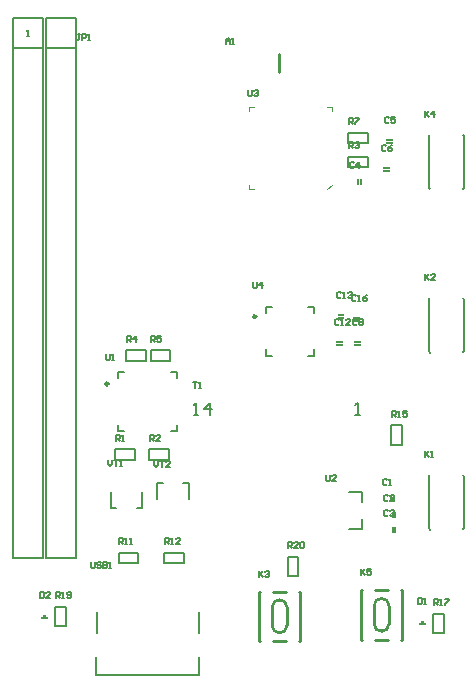
<source format=gto>
G04*
G04 #@! TF.GenerationSoftware,Altium Limited,Altium Designer,20.0.13 (296)*
G04*
G04 Layer_Color=65535*
%FSLAX24Y24*%
%MOIN*%
G70*
G01*
G75*
%ADD10C,0.0100*%
%ADD11C,0.0098*%
%ADD12C,0.0079*%
%ADD13C,0.0010*%
%ADD14C,0.0060*%
%ADD15C,0.0080*%
%ADD16C,0.0039*%
%ADD17C,0.0050*%
G36*
X27840Y30430D02*
X27660D01*
Y30465D01*
X27840D01*
Y30430D01*
D02*
G37*
G36*
Y30335D02*
X27660D01*
Y30370D01*
X27840D01*
Y30335D01*
D02*
G37*
G36*
X27740Y29480D02*
X27560D01*
Y29515D01*
X27740D01*
Y29480D01*
D02*
G37*
G36*
Y29385D02*
X27560D01*
Y29420D01*
X27740D01*
Y29385D01*
D02*
G37*
G36*
X26815Y28960D02*
X26780D01*
Y29140D01*
X26815D01*
Y28960D01*
D02*
G37*
G36*
X26720D02*
X26685D01*
Y29140D01*
X26720D01*
Y28960D01*
D02*
G37*
G36*
X26217Y24582D02*
X26037D01*
Y24617D01*
X26217D01*
Y24582D01*
D02*
G37*
G36*
Y24487D02*
X26037D01*
Y24522D01*
X26217D01*
Y24487D01*
D02*
G37*
G36*
X26740Y24480D02*
X26560D01*
Y24515D01*
X26740D01*
Y24480D01*
D02*
G37*
G36*
Y24385D02*
X26560D01*
Y24420D01*
X26740D01*
Y24385D01*
D02*
G37*
G36*
X26767Y23682D02*
X26587D01*
Y23717D01*
X26767D01*
Y23682D01*
D02*
G37*
G36*
X26167D02*
X25987D01*
Y23717D01*
X26167D01*
Y23682D01*
D02*
G37*
G36*
X26767Y23587D02*
X26587D01*
Y23622D01*
X26767D01*
Y23587D01*
D02*
G37*
G36*
X26167D02*
X25987D01*
Y23622D01*
X26167D01*
Y23587D01*
D02*
G37*
G36*
X27915Y18410D02*
X27880D01*
Y18590D01*
X27915D01*
Y18410D01*
D02*
G37*
G36*
X27820D02*
X27785D01*
Y18590D01*
X27820D01*
Y18410D01*
D02*
G37*
G36*
X27965Y17860D02*
X27930D01*
Y18040D01*
X27965D01*
Y17860D01*
D02*
G37*
G36*
X27870D02*
X27835D01*
Y18040D01*
X27870D01*
Y17860D01*
D02*
G37*
G36*
X27965Y17360D02*
X27930D01*
Y17540D01*
X27965D01*
Y17360D01*
D02*
G37*
G36*
X27870D02*
X27835D01*
Y17540D01*
X27870D01*
Y17360D01*
D02*
G37*
G36*
X16275Y14535D02*
X16355D01*
Y14495D01*
X16145D01*
Y14535D01*
X16225D01*
Y14605D01*
X16275D01*
Y14535D01*
D02*
G37*
G36*
X28875Y14335D02*
X28955D01*
Y14295D01*
X28745D01*
Y14335D01*
X28825D01*
Y14405D01*
X28875D01*
Y14335D01*
D02*
G37*
D10*
X27750Y14900D02*
G03*
X27250Y14900I-250J-1D01*
G01*
X27250Y14300D02*
G03*
X27750Y14300I250J0D01*
G01*
X24350Y14850D02*
G03*
X23850Y14850I-250J-1D01*
G01*
X23850Y14250D02*
G03*
X24350Y14250I250J0D01*
G01*
X27750Y14300D02*
Y14900D01*
X27250Y14300D02*
Y14900D01*
X28142Y15427D02*
X28169D01*
X27296D02*
X27704D01*
X26831D02*
X26858D01*
X28142Y13773D02*
X28169D01*
X27296D02*
X27704D01*
X26831D02*
X26858D01*
X28169D02*
Y15427D01*
X26831Y13773D02*
X26831Y15427D01*
X24350Y14250D02*
Y14850D01*
X23850Y14250D02*
Y14850D01*
X24742Y15377D02*
X24769D01*
X23896D02*
X24304D01*
X23431D02*
X23458D01*
X24742Y13723D02*
X24769D01*
X23896D02*
X24304D01*
X23431D02*
X23458D01*
X24769D02*
Y15377D01*
X23431Y13723D02*
X23431Y15377D01*
X24070Y32690D02*
Y33300D01*
D11*
X18399Y22300D02*
G03*
X18399Y22300I-49J0D01*
G01*
X23318Y24542D02*
G03*
X23318Y24542I-49J0D01*
G01*
D12*
X15200Y16500D02*
X16200D01*
Y33800D01*
Y33750D02*
Y34500D01*
X15200D02*
X16200D01*
X15200Y16500D02*
Y34500D01*
X15208Y33508D02*
X16192D01*
X16300Y16500D02*
X17300D01*
Y33800D01*
Y33750D02*
Y34500D01*
X16300D02*
X17300D01*
X16300Y16500D02*
Y34500D01*
X16308Y33508D02*
X17292D01*
X26860Y17461D02*
Y17796D01*
X26427Y17461D02*
X26860D01*
Y18347D02*
Y18682D01*
X26427D02*
X26860D01*
X18478Y18157D02*
Y18689D01*
X19522Y18157D02*
Y18689D01*
X19344Y18157D02*
X19523D01*
X18478D02*
X18656D01*
X21072Y18461D02*
Y18993D01*
X20028Y18461D02*
Y18993D01*
X20027D02*
X20206D01*
X20894D02*
X21072D01*
X23643Y23243D02*
Y23450D01*
Y23243D02*
X23850D01*
X25050D02*
X25257D01*
Y23450D01*
Y24650D02*
Y24857D01*
X25050D02*
X25257D01*
X23643D02*
X23850D01*
X23643Y24650D02*
Y24857D01*
D13*
X16145Y14495D02*
Y14535D01*
X16275D02*
Y14605D01*
X16225Y14535D02*
Y14605D01*
X16355Y14495D02*
Y14535D01*
X16275D02*
X16355D01*
X16225Y14605D02*
X16275D01*
X16145Y14535D02*
X16225D01*
X16145Y14495D02*
X16355D01*
X27835Y18040D02*
X27870D01*
X27835Y17860D02*
X27870D01*
Y18040D01*
X27835Y17860D02*
Y18040D01*
X27965Y17860D02*
Y18040D01*
X27930Y17860D02*
Y18040D01*
X27965D01*
X27930Y17860D02*
X27965D01*
X27785Y18590D02*
X27820D01*
X27785Y18410D02*
X27820D01*
Y18590D01*
X27785Y18410D02*
Y18590D01*
X27915Y18410D02*
Y18590D01*
X27880Y18410D02*
Y18590D01*
X27915D01*
X27880Y18410D02*
X27915D01*
X27835Y17540D02*
X27870D01*
X27835Y17360D02*
X27870D01*
Y17540D01*
X27835Y17360D02*
Y17540D01*
X27965Y17360D02*
Y17540D01*
X27930Y17360D02*
Y17540D01*
X27965D01*
X27930Y17360D02*
X27965D01*
X27840Y30430D02*
Y30465D01*
X27660Y30430D02*
Y30465D01*
Y30430D02*
X27840D01*
X27660Y30465D02*
X27840D01*
X27660Y30335D02*
X27840D01*
X27660Y30370D02*
X27840D01*
Y30335D02*
Y30370D01*
X27660Y30335D02*
Y30370D01*
X26685Y29140D02*
X26720D01*
X26685Y28960D02*
X26720D01*
Y29140D01*
X26685Y28960D02*
Y29140D01*
X26815Y28960D02*
Y29140D01*
X26780Y28960D02*
Y29140D01*
X26815D01*
X26780Y28960D02*
X26815D01*
X27740Y29480D02*
Y29515D01*
X27560Y29480D02*
Y29515D01*
Y29480D02*
X27740D01*
X27560Y29515D02*
X27740D01*
X27560Y29385D02*
X27740D01*
X27560Y29420D02*
X27740D01*
Y29385D02*
Y29420D01*
X27560Y29385D02*
Y29420D01*
X26767Y23682D02*
Y23717D01*
X26587Y23682D02*
Y23717D01*
Y23682D02*
X26767D01*
X26587Y23717D02*
X26767D01*
X26587Y23587D02*
X26767D01*
X26587Y23622D02*
X26767D01*
Y23587D02*
Y23622D01*
X26587Y23587D02*
Y23622D01*
X26167Y23682D02*
Y23717D01*
X25987Y23682D02*
Y23717D01*
Y23682D02*
X26167D01*
X25987Y23717D02*
X26167D01*
X25987Y23587D02*
X26167D01*
X25987Y23622D02*
X26167D01*
Y23587D02*
Y23622D01*
X25987Y23587D02*
Y23622D01*
X26217Y24582D02*
Y24617D01*
X26037Y24582D02*
Y24617D01*
Y24582D02*
X26217D01*
X26037Y24617D02*
X26217D01*
X26037Y24487D02*
X26217D01*
X26037Y24522D02*
X26217D01*
Y24487D02*
Y24522D01*
X26037Y24487D02*
Y24522D01*
X28745Y14295D02*
Y14335D01*
X28875D02*
Y14405D01*
X28825Y14335D02*
Y14405D01*
X28955Y14295D02*
Y14335D01*
X28875D02*
X28955D01*
X28825Y14405D02*
X28875D01*
X28745Y14335D02*
X28825D01*
X28745Y14295D02*
X28955D01*
X26560Y24385D02*
Y24420D01*
X26740Y24385D02*
Y24420D01*
X26560D02*
X26740D01*
X26560Y24385D02*
X26740D01*
X26560Y24515D02*
X26740D01*
X26560Y24480D02*
X26740D01*
X26560D02*
Y24515D01*
X26740Y24480D02*
Y24515D01*
D14*
X27823Y20275D02*
Y20925D01*
X28177Y20275D02*
Y20925D01*
X27823Y20275D02*
X28177D01*
X27823Y20925D02*
X28177D01*
X18715Y20715D02*
Y20918D01*
Y22482D02*
Y22685D01*
X20482D02*
X20685D01*
Y20715D02*
Y20918D01*
X18715Y20715D02*
X18918D01*
X18715Y22685D02*
X18918D01*
X20482Y20715D02*
X20685D01*
Y22482D02*
Y22685D01*
X18625Y19773D02*
X19275D01*
X18625Y20127D02*
X19275D01*
Y19773D02*
Y20127D01*
X18625Y19773D02*
Y20127D01*
X19758Y19773D02*
X20407D01*
X19758Y20127D02*
X20407D01*
Y19773D02*
Y20127D01*
X19758Y19773D02*
Y20127D01*
X26393Y29877D02*
X27042D01*
X26393Y29523D02*
X27042D01*
X26393D02*
Y29877D01*
X27042Y29523D02*
Y29877D01*
X18993Y23427D02*
X19642D01*
X18993Y23073D02*
X19642D01*
X18993D02*
Y23427D01*
X19642Y23073D02*
Y23427D01*
X19808Y23073D02*
X20457D01*
X19808Y23427D02*
X20457D01*
Y23073D02*
Y23427D01*
X19808Y23073D02*
Y23427D01*
X26393Y30677D02*
X27042D01*
X26393Y30323D02*
X27042D01*
X26393D02*
Y30677D01*
X27042Y30323D02*
Y30677D01*
X18743Y16323D02*
X19392D01*
X18743Y16677D02*
X19392D01*
Y16323D02*
Y16677D01*
X18743Y16323D02*
Y16677D01*
X20258Y16677D02*
X20907D01*
X20258Y16323D02*
X20907D01*
X20258D02*
Y16677D01*
X20907Y16323D02*
Y16677D01*
X29577Y13993D02*
Y14642D01*
X29223Y13993D02*
Y14642D01*
X29577D01*
X29223Y13993D02*
X29577D01*
X30220Y17450D02*
X30260Y17490D01*
Y19210D01*
X29080Y17480D02*
X29120Y17440D01*
X29080Y17480D02*
Y19220D01*
X29120Y19260D01*
X30220Y19250D02*
X30260Y19210D01*
X16977Y14225D02*
Y14875D01*
X16623Y14225D02*
Y14875D01*
X16977D01*
X16623Y14225D02*
X16977D01*
X30220Y23350D02*
X30260Y23390D01*
Y25110D01*
X29080Y23380D02*
X29120Y23340D01*
X29080Y23380D02*
Y25120D01*
X29120Y25160D01*
X30220Y25150D02*
X30260Y25110D01*
X24373Y15893D02*
Y16542D01*
X24727Y15893D02*
Y16542D01*
X24373Y15893D02*
X24727D01*
X24373Y16542D02*
X24727D01*
X30220Y28800D02*
X30260Y28840D01*
Y30560D01*
X29080Y28830D02*
X29120Y28790D01*
X29080Y28830D02*
Y30570D01*
X29120Y30610D01*
X30220Y30600D02*
X30260Y30560D01*
D15*
X21400Y13986D02*
Y14686D01*
X21403Y12584D02*
Y13186D01*
X18000Y13986D02*
Y14686D01*
X17997Y12584D02*
Y13186D01*
Y12584D02*
X21403D01*
X26632Y21262D02*
X26766D01*
X26699D01*
Y21662D01*
X26632Y21595D01*
X21253Y21256D02*
X21387D01*
X21320D01*
Y21656D01*
X21253Y21589D01*
X21786Y21256D02*
Y21656D01*
X21586Y21456D01*
X21853D01*
D16*
X25694Y28783D02*
X25852Y28941D01*
X23096Y31381D02*
Y31539D01*
X25694D02*
X25852D01*
Y31381D02*
Y31539D01*
X23096D02*
X23253D01*
X23096Y28783D02*
X23253D01*
X23096D02*
Y28941D01*
D17*
X15667Y33900D02*
X15733D01*
X15700D01*
Y34100D01*
X15667Y34067D01*
X27840Y21200D02*
Y21400D01*
X27940D01*
X27973Y21367D01*
Y21300D01*
X27940Y21267D01*
X27840D01*
X27907D02*
X27973Y21200D01*
X28040D02*
X28107D01*
X28073D01*
Y21400D01*
X28040Y21367D01*
X28340Y21400D02*
X28207D01*
Y21300D01*
X28273Y21333D01*
X28307D01*
X28340Y21300D01*
Y21233D01*
X28307Y21200D01*
X28240D01*
X28207Y21233D01*
X19930Y19720D02*
Y19587D01*
X19997Y19520D01*
X20063Y19587D01*
Y19720D01*
X20130D02*
X20263D01*
X20197D01*
Y19520D01*
X20463D02*
X20330D01*
X20463Y19653D01*
Y19687D01*
X20430Y19720D01*
X20363D01*
X20330Y19687D01*
X18380Y19770D02*
Y19637D01*
X18447Y19570D01*
X18513Y19637D01*
Y19770D01*
X18580D02*
X18713D01*
X18647D01*
Y19570D01*
X18780D02*
X18847D01*
X18813D01*
Y19770D01*
X18780Y19737D01*
X17820Y16360D02*
Y16193D01*
X17853Y16160D01*
X17920D01*
X17953Y16193D01*
Y16360D01*
X18153Y16327D02*
X18120Y16360D01*
X18053D01*
X18020Y16327D01*
Y16293D01*
X18053Y16260D01*
X18120D01*
X18153Y16227D01*
Y16193D01*
X18120Y16160D01*
X18053D01*
X18020Y16193D01*
X18220Y16360D02*
Y16160D01*
X18320D01*
X18353Y16193D01*
Y16227D01*
X18320Y16260D01*
X18220D01*
X18320D01*
X18353Y16293D01*
Y16327D01*
X18320Y16360D01*
X18220D01*
X18420Y16160D02*
X18486D01*
X18453D01*
Y16360D01*
X18420Y16327D01*
X23220Y25680D02*
Y25513D01*
X23253Y25480D01*
X23320D01*
X23353Y25513D01*
Y25680D01*
X23520Y25480D02*
Y25680D01*
X23420Y25580D01*
X23553D01*
X23040Y32090D02*
Y31923D01*
X23073Y31890D01*
X23140D01*
X23173Y31923D01*
Y32090D01*
X23240Y32057D02*
X23273Y32090D01*
X23340D01*
X23373Y32057D01*
Y32023D01*
X23340Y31990D01*
X23307D01*
X23340D01*
X23373Y31957D01*
Y31923D01*
X23340Y31890D01*
X23273D01*
X23240Y31923D01*
X25640Y19250D02*
Y19083D01*
X25673Y19050D01*
X25740D01*
X25773Y19083D01*
Y19250D01*
X25973Y19050D02*
X25840D01*
X25973Y19183D01*
Y19217D01*
X25940Y19250D01*
X25873D01*
X25840Y19217D01*
X18300Y23300D02*
Y23133D01*
X18333Y23100D01*
X18400D01*
X18433Y23133D01*
Y23300D01*
X18500Y23100D02*
X18567D01*
X18533D01*
Y23300D01*
X18500Y23267D01*
X21220Y22360D02*
X21353D01*
X21287D01*
Y22160D01*
X21420D02*
X21487D01*
X21453D01*
Y22360D01*
X21420Y22327D01*
X24390Y16820D02*
Y17020D01*
X24490D01*
X24523Y16987D01*
Y16920D01*
X24490Y16887D01*
X24390D01*
X24457D02*
X24523Y16820D01*
X24723D02*
X24590D01*
X24723Y16953D01*
Y16987D01*
X24690Y17020D01*
X24623D01*
X24590Y16987D01*
X24790D02*
X24823Y17020D01*
X24890D01*
X24923Y16987D01*
Y16853D01*
X24890Y16820D01*
X24823D01*
X24790Y16853D01*
Y16987D01*
X16640Y15150D02*
Y15350D01*
X16740D01*
X16773Y15317D01*
Y15250D01*
X16740Y15217D01*
X16640D01*
X16707D02*
X16773Y15150D01*
X16840D02*
X16907D01*
X16873D01*
Y15350D01*
X16840Y15317D01*
X17007Y15183D02*
X17040Y15150D01*
X17107D01*
X17140Y15183D01*
Y15317D01*
X17107Y15350D01*
X17040D01*
X17007Y15317D01*
Y15283D01*
X17040Y15250D01*
X17140D01*
X29240Y14920D02*
Y15120D01*
X29340D01*
X29373Y15087D01*
Y15020D01*
X29340Y14987D01*
X29240D01*
X29307D02*
X29373Y14920D01*
X29440D02*
X29507D01*
X29473D01*
Y15120D01*
X29440Y15087D01*
X29607Y15120D02*
X29740D01*
Y15087D01*
X29607Y14953D01*
Y14920D01*
X20280Y16960D02*
Y17160D01*
X20380D01*
X20413Y17127D01*
Y17060D01*
X20380Y17027D01*
X20280D01*
X20347D02*
X20413Y16960D01*
X20480D02*
X20547D01*
X20513D01*
Y17160D01*
X20480Y17127D01*
X20780Y16960D02*
X20647D01*
X20780Y17093D01*
Y17127D01*
X20747Y17160D01*
X20680D01*
X20647Y17127D01*
X18760Y16960D02*
Y17160D01*
X18860D01*
X18893Y17127D01*
Y17060D01*
X18860Y17027D01*
X18760D01*
X18827D02*
X18893Y16960D01*
X18960D02*
X19027D01*
X18993D01*
Y17160D01*
X18960Y17127D01*
X19127Y16960D02*
X19193D01*
X19160D01*
Y17160D01*
X19127Y17127D01*
X26410Y30960D02*
Y31160D01*
X26510D01*
X26543Y31127D01*
Y31060D01*
X26510Y31027D01*
X26410D01*
X26477D02*
X26543Y30960D01*
X26610Y31160D02*
X26743D01*
Y31127D01*
X26610Y30993D01*
Y30960D01*
X19830Y23710D02*
Y23910D01*
X19930D01*
X19963Y23877D01*
Y23810D01*
X19930Y23777D01*
X19830D01*
X19897D02*
X19963Y23710D01*
X20163Y23910D02*
X20030D01*
Y23810D01*
X20097Y23843D01*
X20130D01*
X20163Y23810D01*
Y23743D01*
X20130Y23710D01*
X20063D01*
X20030Y23743D01*
X19010Y23710D02*
Y23910D01*
X19110D01*
X19143Y23877D01*
Y23810D01*
X19110Y23777D01*
X19010D01*
X19077D02*
X19143Y23710D01*
X19310D02*
Y23910D01*
X19210Y23810D01*
X19343D01*
X26410Y30160D02*
Y30360D01*
X26510D01*
X26543Y30327D01*
Y30260D01*
X26510Y30227D01*
X26410D01*
X26477D02*
X26543Y30160D01*
X26610Y30327D02*
X26643Y30360D01*
X26710D01*
X26743Y30327D01*
Y30293D01*
X26710Y30260D01*
X26677D01*
X26710D01*
X26743Y30227D01*
Y30193D01*
X26710Y30160D01*
X26643D01*
X26610Y30193D01*
X19780Y20410D02*
Y20610D01*
X19880D01*
X19913Y20577D01*
Y20510D01*
X19880Y20477D01*
X19780D01*
X19847D02*
X19913Y20410D01*
X20113D02*
X19980D01*
X20113Y20543D01*
Y20577D01*
X20080Y20610D01*
X20013D01*
X19980Y20577D01*
X18650Y20410D02*
Y20610D01*
X18750D01*
X18783Y20577D01*
Y20510D01*
X18750Y20477D01*
X18650D01*
X18717D02*
X18783Y20410D01*
X18850D02*
X18917D01*
X18883D01*
Y20610D01*
X18850Y20577D01*
X26830Y16120D02*
Y15920D01*
Y15987D01*
X26963Y16120D01*
X26863Y16020D01*
X26963Y15920D01*
X27163Y16120D02*
X27030D01*
Y16020D01*
X27097Y16053D01*
X27130D01*
X27163Y16020D01*
Y15953D01*
X27130Y15920D01*
X27063D01*
X27030Y15953D01*
X28960Y31410D02*
Y31210D01*
Y31277D01*
X29093Y31410D01*
X28993Y31310D01*
X29093Y31210D01*
X29260D02*
Y31410D01*
X29160Y31310D01*
X29293D01*
X23430Y16070D02*
Y15870D01*
Y15937D01*
X23563Y16070D01*
X23463Y15970D01*
X23563Y15870D01*
X23630Y16037D02*
X23663Y16070D01*
X23730D01*
X23763Y16037D01*
Y16003D01*
X23730Y15970D01*
X23697D01*
X23730D01*
X23763Y15937D01*
Y15903D01*
X23730Y15870D01*
X23663D01*
X23630Y15903D01*
X28960Y25960D02*
Y25760D01*
Y25827D01*
X29093Y25960D01*
X28993Y25860D01*
X29093Y25760D01*
X29293D02*
X29160D01*
X29293Y25893D01*
Y25927D01*
X29260Y25960D01*
X29193D01*
X29160Y25927D01*
X28960Y20060D02*
Y19860D01*
Y19927D01*
X29093Y20060D01*
X28993Y19960D01*
X29093Y19860D01*
X29160D02*
X29227D01*
X29193D01*
Y20060D01*
X29160Y20027D01*
X17450Y33950D02*
X17383D01*
X17417D01*
Y33783D01*
X17383Y33750D01*
X17350D01*
X17317Y33783D01*
X17517Y33750D02*
Y33950D01*
X17617D01*
X17650Y33917D01*
Y33850D01*
X17617Y33817D01*
X17517D01*
X17717Y33750D02*
X17783D01*
X17750D01*
Y33950D01*
X17717Y33917D01*
X16120Y15360D02*
Y15160D01*
X16220D01*
X16253Y15193D01*
Y15327D01*
X16220Y15360D01*
X16120D01*
X16453Y15160D02*
X16320D01*
X16453Y15293D01*
Y15327D01*
X16420Y15360D01*
X16353D01*
X16320Y15327D01*
X28720Y15160D02*
Y14960D01*
X28820D01*
X28853Y14993D01*
Y15127D01*
X28820Y15160D01*
X28720D01*
X28920Y14960D02*
X28987D01*
X28953D01*
Y15160D01*
X28920Y15127D01*
X26653Y25227D02*
X26620Y25260D01*
X26553D01*
X26520Y25227D01*
Y25093D01*
X26553Y25060D01*
X26620D01*
X26653Y25093D01*
X26720Y25060D02*
X26787D01*
X26753D01*
Y25260D01*
X26720Y25227D01*
X27020Y25260D02*
X26953Y25227D01*
X26887Y25160D01*
Y25093D01*
X26920Y25060D01*
X26987D01*
X27020Y25093D01*
Y25127D01*
X26987Y25160D01*
X26887D01*
X26133Y25327D02*
X26100Y25360D01*
X26033D01*
X26000Y25327D01*
Y25193D01*
X26033Y25160D01*
X26100D01*
X26133Y25193D01*
X26200Y25160D02*
X26267D01*
X26233D01*
Y25360D01*
X26200Y25327D01*
X26367D02*
X26400Y25360D01*
X26467D01*
X26500Y25327D01*
Y25293D01*
X26467Y25260D01*
X26433D01*
X26467D01*
X26500Y25227D01*
Y25193D01*
X26467Y25160D01*
X26400D01*
X26367Y25193D01*
X26083Y24427D02*
X26050Y24460D01*
X25983D01*
X25950Y24427D01*
Y24293D01*
X25983Y24260D01*
X26050D01*
X26083Y24293D01*
X26150Y24260D02*
X26217D01*
X26183D01*
Y24460D01*
X26150Y24427D01*
X26450Y24260D02*
X26317D01*
X26450Y24393D01*
Y24427D01*
X26417Y24460D01*
X26350D01*
X26317Y24427D01*
X26683D02*
X26650Y24460D01*
X26583D01*
X26550Y24427D01*
Y24293D01*
X26583Y24260D01*
X26650D01*
X26683Y24293D01*
X26750Y24427D02*
X26783Y24460D01*
X26850D01*
X26883Y24427D01*
Y24393D01*
X26850Y24360D01*
X26883Y24327D01*
Y24293D01*
X26850Y24260D01*
X26783D01*
X26750Y24293D01*
Y24327D01*
X26783Y24360D01*
X26750Y24393D01*
Y24427D01*
X26783Y24360D02*
X26850D01*
X27653Y30227D02*
X27620Y30260D01*
X27553D01*
X27520Y30227D01*
Y30093D01*
X27553Y30060D01*
X27620D01*
X27653Y30093D01*
X27853Y30260D02*
X27787Y30227D01*
X27720Y30160D01*
Y30093D01*
X27753Y30060D01*
X27820D01*
X27853Y30093D01*
Y30127D01*
X27820Y30160D01*
X27720D01*
X27753Y31177D02*
X27720Y31210D01*
X27653D01*
X27620Y31177D01*
Y31043D01*
X27653Y31010D01*
X27720D01*
X27753Y31043D01*
X27953Y31210D02*
X27820D01*
Y31110D01*
X27887Y31143D01*
X27920D01*
X27953Y31110D01*
Y31043D01*
X27920Y31010D01*
X27853D01*
X27820Y31043D01*
X26573Y29647D02*
X26540Y29680D01*
X26473D01*
X26440Y29647D01*
Y29513D01*
X26473Y29480D01*
X26540D01*
X26573Y29513D01*
X26740Y29480D02*
Y29680D01*
X26640Y29580D01*
X26773D01*
X27723Y18047D02*
X27690Y18080D01*
X27623D01*
X27590Y18047D01*
Y17913D01*
X27623Y17880D01*
X27690D01*
X27723Y17913D01*
X27790Y18047D02*
X27823Y18080D01*
X27890D01*
X27923Y18047D01*
Y18013D01*
X27890Y17980D01*
X27857D01*
X27890D01*
X27923Y17947D01*
Y17913D01*
X27890Y17880D01*
X27823D01*
X27790Y17913D01*
X27723Y18547D02*
X27690Y18580D01*
X27623D01*
X27590Y18547D01*
Y18413D01*
X27623Y18380D01*
X27690D01*
X27723Y18413D01*
X27923Y18380D02*
X27790D01*
X27923Y18513D01*
Y18547D01*
X27890Y18580D01*
X27823D01*
X27790Y18547D01*
X27673Y19097D02*
X27640Y19130D01*
X27573D01*
X27540Y19097D01*
Y18963D01*
X27573Y18930D01*
X27640D01*
X27673Y18963D01*
X27740Y18930D02*
X27807D01*
X27773D01*
Y19130D01*
X27740Y19097D01*
X22310Y33630D02*
Y33763D01*
X22377Y33830D01*
X22443Y33763D01*
Y33630D01*
Y33730D01*
X22310D01*
X22510Y33630D02*
X22577D01*
X22543D01*
Y33830D01*
X22510Y33797D01*
M02*

</source>
